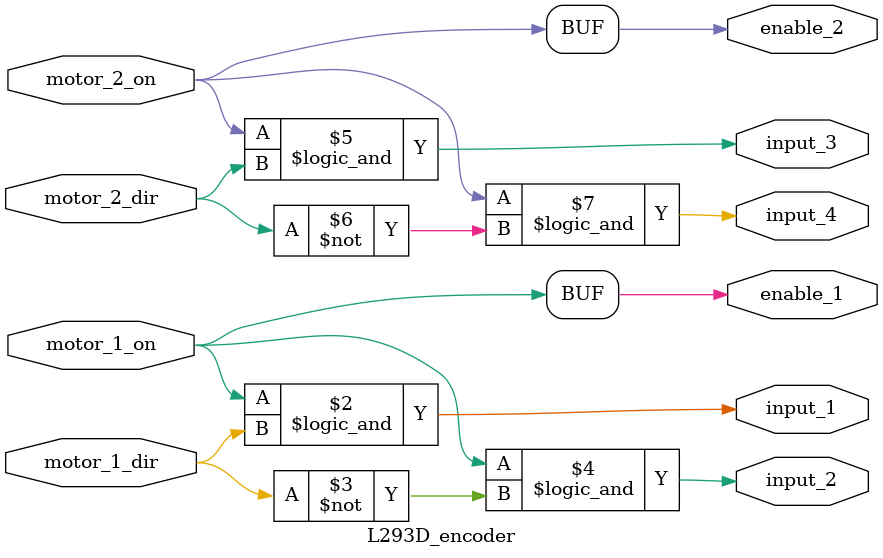
<source format=sv>

/* Takes input as 4-bit register describing whether 
	each motor is on and its direction */

module L293D_encoder (
	input	logic		motor_1_on,		// whether the first motor should spin
						motor_1_dir,	//	the direction of spin (0 is back, 1 is forward)
						
						motor_2_on,		// whether the second motor should spin
						motor_2_dir,	// the direction of spin (0 is back, 1 is forward)
							
	output logic	enable_1,	// pin 1 	- 	enable for inputs 1 and 2
						input_1,		// pin 2 	- 	input 1 (forward for motor 1)
						input_2,		// pin 7 	- 	input 2 (backward for motor 1)
					
						enable_2,	// pin 9		- 	enable for inputs 3 and 4
						input_3,		// pin 10	- 	input 3 (forward for motor 2)
						input_4		// pin 15	- 	input 4 (backward for motor 2)
	);

	always_comb begin
		enable_1 	<=  motor_1_on;
		input_1		<= (motor_1_on &&  (motor_1_dir));
		input_2		<= (motor_1_on && ~(motor_1_dir));
	
		enable_2 	<=  motor_2_on;
		input_3		<= (motor_2_on &&  (motor_2_dir));
		input_4		<= (motor_2_on && ~(motor_2_dir));
	end

endmodule
</source>
